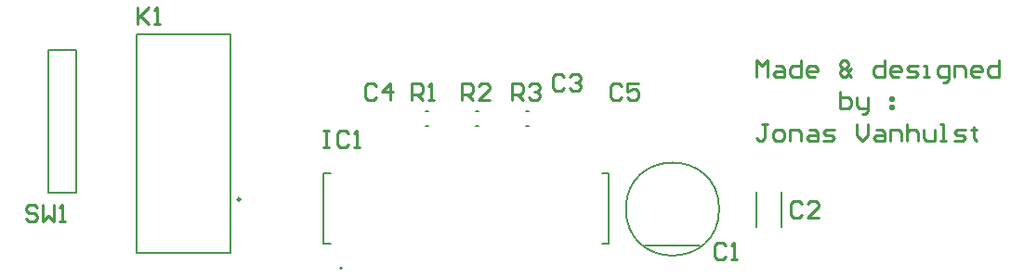
<source format=gbr>
G04*
G04 #@! TF.GenerationSoftware,Altium Limited,Altium Designer,23.2.1 (34)*
G04*
G04 Layer_Color=65535*
%FSLAX25Y25*%
%MOIN*%
G70*
G04*
G04 #@! TF.SameCoordinates,78BCBE2E-08CC-4CAE-8EE4-54C03573570A*
G04*
G04*
G04 #@! TF.FilePolarity,Positive*
G04*
G01*
G75*
%ADD10C,0.00591*%
%ADD11C,0.00787*%
%ADD12C,0.00984*%
%ADD13C,0.00500*%
%ADD14C,0.01000*%
D10*
X545732Y405500D02*
G03*
X545732Y405500I-16732J0D01*
G01*
D11*
X410394Y384221D02*
G03*
X410394Y384221I-394J0D01*
G01*
X519157Y392409D02*
X538843D01*
X305000Y462748D02*
X315000D01*
Y411252D02*
Y462748D01*
X305000Y411252D02*
X315000D01*
X305000D02*
Y462748D01*
X568044Y398940D02*
Y411767D01*
X558956Y398940D02*
Y411767D01*
X336705Y389591D02*
Y468409D01*
X370524D01*
Y389591D02*
Y468409D01*
X336705Y389591D02*
X370524D01*
X476508Y440756D02*
X477492D01*
X476508Y435244D02*
X477492D01*
X458508Y440756D02*
X459492D01*
X458508Y435244D02*
X459492D01*
X440508Y440756D02*
X441492D01*
X440508Y435244D02*
X441492D01*
D12*
X373992Y409000D02*
G03*
X373992Y409000I-492J0D01*
G01*
D13*
X403819Y418413D02*
X406280D01*
X503720D02*
X506181D01*
X403819Y393217D02*
X406280D01*
X503720D02*
X506181D01*
X403819D02*
Y418413D01*
X506181Y393217D02*
Y418413D01*
D14*
X559000Y453194D02*
Y459192D01*
X560999Y457193D01*
X562999Y459192D01*
Y453194D01*
X565998Y457193D02*
X567997D01*
X568997Y456193D01*
Y453194D01*
X565998D01*
X564998Y454194D01*
X565998Y455193D01*
X568997D01*
X574995Y459192D02*
Y453194D01*
X571996D01*
X570996Y454194D01*
Y456193D01*
X571996Y457193D01*
X574995D01*
X579993Y453194D02*
X577994D01*
X576994Y454194D01*
Y456193D01*
X577994Y457193D01*
X579993D01*
X580993Y456193D01*
Y455193D01*
X576994D01*
X592989Y453194D02*
X591989Y454194D01*
X590990Y453194D01*
X589990D01*
X588990Y454194D01*
Y455193D01*
X589990Y456193D01*
X588990Y457193D01*
Y458192D01*
X589990Y459192D01*
X590990D01*
X591989Y458192D01*
Y457193D01*
X590990Y456193D01*
X591989Y455193D01*
Y454194D01*
X592989Y456193D02*
X591989Y455193D01*
X589990Y456193D02*
X590990D01*
X604985Y459192D02*
Y453194D01*
X601986D01*
X600986Y454194D01*
Y456193D01*
X601986Y457193D01*
X604985D01*
X609983Y453194D02*
X607984D01*
X606985Y454194D01*
Y456193D01*
X607984Y457193D01*
X609983D01*
X610983Y456193D01*
Y455193D01*
X606985D01*
X612983Y453194D02*
X615982D01*
X616981Y454194D01*
X615982Y455193D01*
X613982D01*
X612983Y456193D01*
X613982Y457193D01*
X616981D01*
X618981Y453194D02*
X620980D01*
X619980D01*
Y457193D01*
X618981D01*
X625978Y451195D02*
X626978D01*
X627978Y452194D01*
Y457193D01*
X624979D01*
X623979Y456193D01*
Y454194D01*
X624979Y453194D01*
X627978D01*
X629977D02*
Y457193D01*
X632976D01*
X633976Y456193D01*
Y453194D01*
X638974D02*
X636975D01*
X635975Y454194D01*
Y456193D01*
X636975Y457193D01*
X638974D01*
X639974Y456193D01*
Y455193D01*
X635975D01*
X645972Y459192D02*
Y453194D01*
X642973D01*
X641973Y454194D01*
Y456193D01*
X642973Y457193D01*
X645972D01*
X588990Y447595D02*
Y441597D01*
X591989D01*
X592989Y442597D01*
Y443596D01*
Y444596D01*
X591989Y445596D01*
X588990D01*
X594988D02*
Y442597D01*
X595988Y441597D01*
X598987D01*
Y440597D01*
X597987Y439598D01*
X596988D01*
X598987Y441597D02*
Y445596D01*
X606985D02*
X607984D01*
Y444596D01*
X606985D01*
Y445596D01*
Y442597D02*
X607984D01*
Y441597D01*
X606985D01*
Y442597D01*
X562999Y435998D02*
X560999D01*
X561999D01*
Y431000D01*
X560999Y430000D01*
X560000D01*
X559000Y431000D01*
X565998Y430000D02*
X567997D01*
X568997Y431000D01*
Y432999D01*
X567997Y433999D01*
X565998D01*
X564998Y432999D01*
Y431000D01*
X565998Y430000D01*
X570996D02*
Y433999D01*
X573995D01*
X574995Y432999D01*
Y430000D01*
X577994Y433999D02*
X579993D01*
X580993Y432999D01*
Y430000D01*
X577994D01*
X576994Y431000D01*
X577994Y431999D01*
X580993D01*
X582992Y430000D02*
X585991D01*
X586991Y431000D01*
X585991Y431999D01*
X583992D01*
X582992Y432999D01*
X583992Y433999D01*
X586991D01*
X594988Y435998D02*
Y431999D01*
X596988Y430000D01*
X598987Y431999D01*
Y435998D01*
X601986Y433999D02*
X603986D01*
X604985Y432999D01*
Y430000D01*
X601986D01*
X600986Y431000D01*
X601986Y431999D01*
X604985D01*
X606985Y430000D02*
Y433999D01*
X609983D01*
X610983Y432999D01*
Y430000D01*
X612983Y435998D02*
Y430000D01*
Y432999D01*
X613982Y433999D01*
X615982D01*
X616981Y432999D01*
Y430000D01*
X618981Y433999D02*
Y431000D01*
X619980Y430000D01*
X622979D01*
Y433999D01*
X624979Y430000D02*
X626978D01*
X625978D01*
Y435998D01*
X624979D01*
X629977Y430000D02*
X632976D01*
X633976Y431000D01*
X632976Y431999D01*
X630977D01*
X629977Y432999D01*
X630977Y433999D01*
X633976D01*
X636975Y434998D02*
Y433999D01*
X635975D01*
X637974D01*
X636975D01*
Y431000D01*
X637974Y430000D01*
X301001Y405999D02*
X300001Y406999D01*
X298002D01*
X297002Y405999D01*
Y405000D01*
X298002Y404000D01*
X300001D01*
X301001Y403000D01*
Y402001D01*
X300001Y401001D01*
X298002D01*
X297002Y402001D01*
X303000Y406999D02*
Y401001D01*
X305000Y403000D01*
X306999Y401001D01*
Y406999D01*
X308998Y401001D02*
X310998D01*
X309998D01*
Y406999D01*
X308998Y405999D01*
X471500Y444600D02*
Y450598D01*
X474499D01*
X475499Y449598D01*
Y447599D01*
X474499Y446599D01*
X471500D01*
X473499D02*
X475499Y444600D01*
X477498Y449598D02*
X478498Y450598D01*
X480497D01*
X481497Y449598D01*
Y448599D01*
X480497Y447599D01*
X479497D01*
X480497D01*
X481497Y446599D01*
Y445600D01*
X480497Y444600D01*
X478498D01*
X477498Y445600D01*
X453500Y444600D02*
Y450598D01*
X456499D01*
X457499Y449598D01*
Y447599D01*
X456499Y446599D01*
X453500D01*
X455499D02*
X457499Y444600D01*
X463497D02*
X459498D01*
X463497Y448599D01*
Y449598D01*
X462497Y450598D01*
X460498D01*
X459498Y449598D01*
X435500Y444600D02*
Y450598D01*
X438499D01*
X439499Y449598D01*
Y447599D01*
X438499Y446599D01*
X435500D01*
X437499D02*
X439499Y444600D01*
X441498D02*
X443497D01*
X442498D01*
Y450598D01*
X441498Y449598D01*
X337200Y477898D02*
Y471900D01*
Y473899D01*
X341199Y477898D01*
X338200Y474899D01*
X341199Y471900D01*
X343198D02*
X345197D01*
X344198D01*
Y477898D01*
X343198Y476898D01*
X403700Y433598D02*
X405699D01*
X404700D01*
Y427600D01*
X403700D01*
X405699D01*
X412697Y432598D02*
X411697Y433598D01*
X409698D01*
X408698Y432598D01*
Y428600D01*
X409698Y427600D01*
X411697D01*
X412697Y428600D01*
X414696Y427600D02*
X416696D01*
X415696D01*
Y433598D01*
X414696Y432598D01*
X510599Y449698D02*
X509599Y450698D01*
X507600D01*
X506600Y449698D01*
Y445700D01*
X507600Y444700D01*
X509599D01*
X510599Y445700D01*
X516597Y450698D02*
X512598D01*
Y447699D01*
X514597Y448699D01*
X515597D01*
X516597Y447699D01*
Y445700D01*
X515597Y444700D01*
X513598D01*
X512598Y445700D01*
X422599Y449698D02*
X421599Y450698D01*
X419600D01*
X418600Y449698D01*
Y445700D01*
X419600Y444700D01*
X421599D01*
X422599Y445700D01*
X427597Y444700D02*
Y450698D01*
X424598Y447699D01*
X428597D01*
X490000Y452999D02*
X489001Y453999D01*
X487001D01*
X486002Y452999D01*
Y449001D01*
X487001Y448001D01*
X489001D01*
X490000Y449001D01*
X492000Y452999D02*
X492999Y453999D01*
X494999D01*
X495998Y452999D01*
Y452000D01*
X494999Y451000D01*
X493999D01*
X494999D01*
X495998Y450000D01*
Y449001D01*
X494999Y448001D01*
X492999D01*
X492000Y449001D01*
X575500Y407499D02*
X574501Y408499D01*
X572501D01*
X571502Y407499D01*
Y403501D01*
X572501Y402501D01*
X574501D01*
X575500Y403501D01*
X581498Y402501D02*
X577500D01*
X581498Y406500D01*
Y407499D01*
X580499Y408499D01*
X578499D01*
X577500Y407499D01*
X548000Y392499D02*
X547000Y393499D01*
X545001D01*
X544001Y392499D01*
Y388501D01*
X545001Y387501D01*
X547000D01*
X548000Y388501D01*
X549999Y387501D02*
X551999D01*
X550999D01*
Y393499D01*
X549999Y392499D01*
M02*

</source>
